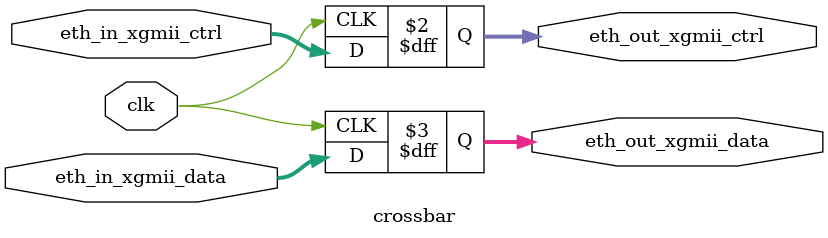
<source format=v>
module crossbar (
  input         clk,
  input  [ 7:0] eth_in_xgmii_ctrl,
  input  [63:0] eth_in_xgmii_data,
  output reg [ 7:0] eth_out_xgmii_ctrl,
  output reg [63:0] eth_out_xgmii_data
);

// Simply mirror data in and out
always @(posedge clk) begin
  eth_out_xgmii_ctrl <= eth_in_xgmii_ctrl;
  eth_out_xgmii_data <= eth_in_xgmii_data;
end

endmodule
</source>
